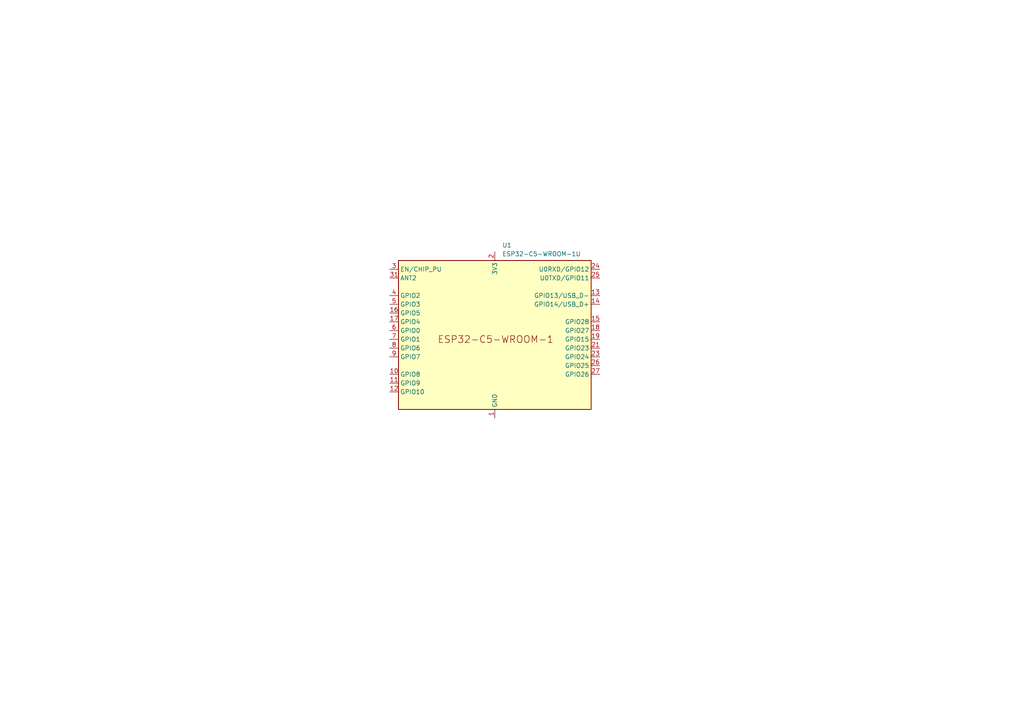
<source format=kicad_sch>
(kicad_sch (version 20250114) (generator "eeschema") (generator_version "9.0")
  (paper "A4")
  (lib_symbols
    (symbol "PCM_Espressif:ESP32-C5-WROOM-1U"
      (property "Reference" "U" (at -28.194 27.178 0))
      (property "Value" "ESP32-C5-WROOM-1U" (at -28.194 24.384 0))
      (symbol "ESP32-C5-WROOM-1U_0_1"
        (rectangle (start -27.94 22.86) (end 27.94 -20.32) (stroke (width 0.254)) (fill (type background)))
      )
      (symbol "ESP32-C5-WROOM-1U_1_0"
        (pin bidirectional line (at -30.48 17.78 0) (length 2.54) (name "ANT2") (number "31"))
        (pin passive line (at 0 -22.86 90) (length 2.54) (hide yes) (name "GND") (number "30"))
        (pin passive line (at 0 -22.86 90) (length 2.54) (hide yes) (name "GND") (number "32"))
      )
      (symbol "ESP32-C5-WROOM-1U_1_1"
        (text "ESP32-C5-WROOM-1" (at 0.254 0 0) (effects (font (size 2 2))))
        (pin input line (at -30.48 20.32 0) (length 2.54) (name "EN/CHIP_PU") (number "3"))
        (pin bidirectional line (at -30.48 12.7 0) (length 2.54) (name "GPIO2") (number "4"))
        (pin bidirectional line (at -30.48 10.16 0) (length 2.54) (name "GPIO3") (number "5"))
        (pin bidirectional line (at -30.48 7.62 0) (length 2.54) (name "GPIO5") (number "16"))
        (pin bidirectional line (at -30.48 5.08 0) (length 2.54) (name "GPIO4") (number "17"))
        (pin bidirectional line (at -30.48 2.54 0) (length 2.54) (name "GPIO0") (number "6"))
        (pin bidirectional line (at -30.48 0 0) (length 2.54) (name "GPIO1") (number "7"))
        (pin bidirectional line (at -30.48 -2.54 0) (length 2.54) (name "GPIO6") (number "8"))
        (pin bidirectional line (at -30.48 -5.08 0) (length 2.54) (name "GPIO7") (number "9"))
        (pin bidirectional line (at -30.48 -10.16 0) (length 2.54) (name "GPIO8") (number "10"))
        (pin bidirectional line (at -30.48 -12.7 0) (length 2.54) (name "GPIO9") (number "11"))
        (pin bidirectional line (at -30.48 -15.24 0) (length 2.54) (name "GPIO10") (number "12"))
        (pin power_in line (at 0 25.4 270) (length 2.54) (name "3V3") (number "2"))
        (pin power_in line (at 0 -22.86 90) (length 2.54) (name "GND") (number "1"))
        (pin passive line (at 0 -22.86 90) (length 2.54) (hide yes) (name "GND") (number "28"))
        (pin passive line (at 0 -22.86 90) (length 2.54) (hide yes) (name "GND") (number "29"))
        (pin bidirectional line (at 30.48 20.32 180) (length 2.54) (name "U0RXD/GPIO12") (number "24"))
        (pin bidirectional line (at 30.48 17.78 180) (length 2.54) (name "U0TXD/GPIO11") (number "25"))
        (pin bidirectional line (at 30.48 12.7 180) (length 2.54) (name "GPIO13/USB_D-") (number "13"))
        (pin bidirectional line (at 30.48 10.16 180) (length 2.54) (name "GPIO14/USB_D+") (number "14"))
        (pin bidirectional line (at 30.48 5.08 180) (length 2.54) (name "GPIO28") (number "15"))
        (pin bidirectional line (at 30.48 2.54 180) (length 2.54) (name "GPIO27") (number "18"))
        (pin bidirectional line (at 30.48 0 180) (length 2.54) (name "GPIO15") (number "19"))
        (pin bidirectional line (at 30.48 -2.54 180) (length 2.54) (name "GPIO23") (number "21"))
        (pin bidirectional line (at 30.48 -5.08 180) (length 2.54) (name "GPIO24") (number "23"))
        (pin bidirectional line (at 30.48 -7.62 180) (length 2.54) (name "GPIO25") (number "26"))
        (pin bidirectional line (at 30.48 -10.16 180) (length 2.54) (name "GPIO26") (number "27"))
        (pin no_connect line (at 30.48 -12.7 180) (length 2.54) (hide yes) (name "NC") (number "20"))
        (pin no_connect line (at 30.48 -15.24 180) (length 2.54) (hide yes) (name "NC") (number "22"))
      )
    )
  )
  (symbol (lib_id "PCM_Espressif:ESP32-C5-WROOM-1U") (at 143.51 98.425 0) (unit 1)
    (property "Reference" "U1" (at 145.6533 71.12 0) (effects (justify left)))
    (property "Value" "ESP32-C5-WROOM-1U" (at 145.6533 73.66 0) (effects (justify left)))
    (property "Footprint" "PCM_Espressif:ESP32-C5-WROOM-1U" (effects (hide yes)))
    (property "Description" "ESP32-C5-WROOM-1U" (effects (hide yes)))
  )
)
</source>
